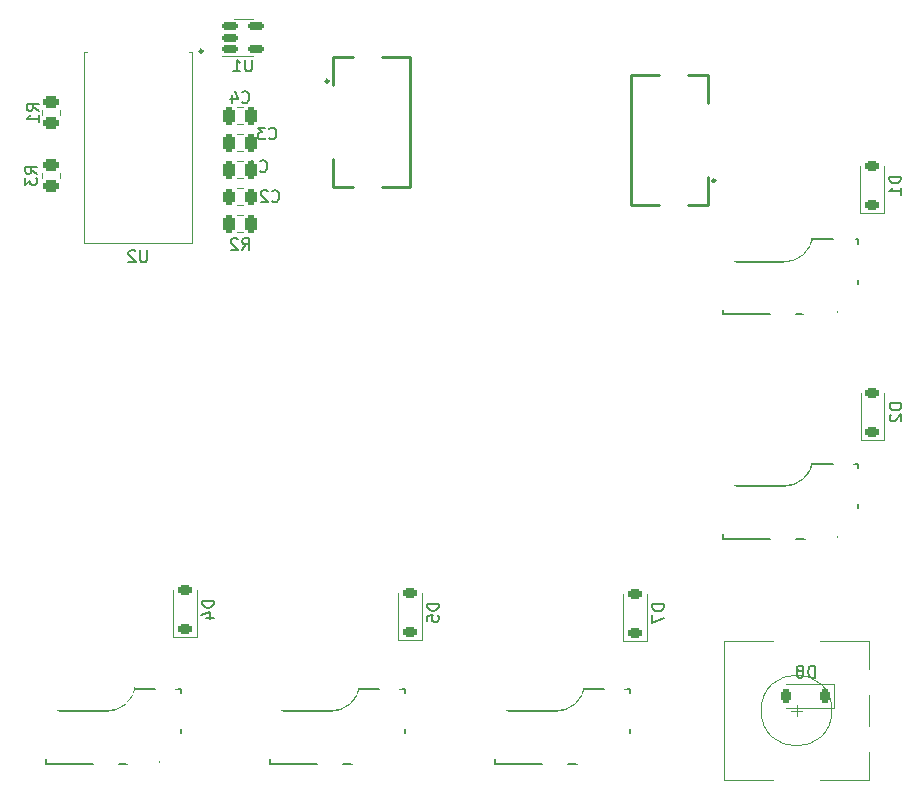
<source format=gbr>
%TF.GenerationSoftware,KiCad,Pcbnew,7.0.2*%
%TF.CreationDate,2024-03-23T03:03:49+01:00*%
%TF.ProjectId,Katkoot,4b61746b-6f6f-4742-9e6b-696361645f70,rev?*%
%TF.SameCoordinates,Original*%
%TF.FileFunction,Legend,Bot*%
%TF.FilePolarity,Positive*%
%FSLAX46Y46*%
G04 Gerber Fmt 4.6, Leading zero omitted, Abs format (unit mm)*
G04 Created by KiCad (PCBNEW 7.0.2) date 2024-03-23 03:03:49*
%MOMM*%
%LPD*%
G01*
G04 APERTURE LIST*
G04 Aperture macros list*
%AMRoundRect*
0 Rectangle with rounded corners*
0 $1 Rounding radius*
0 $2 $3 $4 $5 $6 $7 $8 $9 X,Y pos of 4 corners*
0 Add a 4 corners polygon primitive as box body*
4,1,4,$2,$3,$4,$5,$6,$7,$8,$9,$2,$3,0*
0 Add four circle primitives for the rounded corners*
1,1,$1+$1,$2,$3*
1,1,$1+$1,$4,$5*
1,1,$1+$1,$6,$7*
1,1,$1+$1,$8,$9*
0 Add four rect primitives between the rounded corners*
20,1,$1+$1,$2,$3,$4,$5,0*
20,1,$1+$1,$4,$5,$6,$7,0*
20,1,$1+$1,$6,$7,$8,$9,0*
20,1,$1+$1,$8,$9,$2,$3,0*%
G04 Aperture macros list end*
%ADD10C,0.150000*%
%ADD11C,0.120000*%
%ADD12C,0.254000*%
%ADD13C,0.100000*%
%ADD14C,0.239605*%
%ADD15C,4.500000*%
%ADD16C,1.701800*%
%ADD17C,3.000000*%
%ADD18C,3.987800*%
%ADD19C,5.000000*%
%ADD20R,2.600000X2.600000*%
%ADD21R,2.550000X2.500000*%
%ADD22C,2.000000*%
%ADD23R,3.200000X2.000000*%
%ADD24O,2.750000X1.800000*%
%ADD25RoundRect,0.250000X0.450000X-0.262500X0.450000X0.262500X-0.450000X0.262500X-0.450000X-0.262500X0*%
%ADD26R,1.250000X0.280000*%
%ADD27R,2.000000X1.800000*%
%ADD28RoundRect,0.225000X0.375000X-0.225000X0.375000X0.225000X-0.375000X0.225000X-0.375000X-0.225000X0*%
%ADD29R,1.400000X1.400000*%
%ADD30C,1.400000*%
%ADD31RoundRect,0.250000X0.250000X0.475000X-0.250000X0.475000X-0.250000X-0.475000X0.250000X-0.475000X0*%
%ADD32RoundRect,0.250000X-0.250000X-0.475000X0.250000X-0.475000X0.250000X0.475000X-0.250000X0.475000X0*%
%ADD33RoundRect,0.250000X-0.262500X-0.450000X0.262500X-0.450000X0.262500X0.450000X-0.262500X0.450000X0*%
%ADD34RoundRect,0.225000X0.225000X0.375000X-0.225000X0.375000X-0.225000X-0.375000X0.225000X-0.375000X0*%
%ADD35RoundRect,0.250000X-0.450000X0.262500X-0.450000X-0.262500X0.450000X-0.262500X0.450000X0.262500X0*%
%ADD36RoundRect,0.150000X-0.512500X-0.150000X0.512500X-0.150000X0.512500X0.150000X-0.512500X0.150000X0*%
G04 APERTURE END LIST*
D10*
%TO.C,R1*%
X130622619Y-58911333D02*
X130146428Y-58578000D01*
X130622619Y-58339905D02*
X129622619Y-58339905D01*
X129622619Y-58339905D02*
X129622619Y-58720857D01*
X129622619Y-58720857D02*
X129670238Y-58816095D01*
X129670238Y-58816095D02*
X129717857Y-58863714D01*
X129717857Y-58863714D02*
X129813095Y-58911333D01*
X129813095Y-58911333D02*
X129955952Y-58911333D01*
X129955952Y-58911333D02*
X130051190Y-58863714D01*
X130051190Y-58863714D02*
X130098809Y-58816095D01*
X130098809Y-58816095D02*
X130146428Y-58720857D01*
X130146428Y-58720857D02*
X130146428Y-58339905D01*
X130622619Y-59863714D02*
X130622619Y-59292286D01*
X130622619Y-59578000D02*
X129622619Y-59578000D01*
X129622619Y-59578000D02*
X129765476Y-59482762D01*
X129765476Y-59482762D02*
X129860714Y-59387524D01*
X129860714Y-59387524D02*
X129908333Y-59292286D01*
%TO.C,D5*%
X164514619Y-100658705D02*
X163514619Y-100658705D01*
X163514619Y-100658705D02*
X163514619Y-100896800D01*
X163514619Y-100896800D02*
X163562238Y-101039657D01*
X163562238Y-101039657D02*
X163657476Y-101134895D01*
X163657476Y-101134895D02*
X163752714Y-101182514D01*
X163752714Y-101182514D02*
X163943190Y-101230133D01*
X163943190Y-101230133D02*
X164086047Y-101230133D01*
X164086047Y-101230133D02*
X164276523Y-101182514D01*
X164276523Y-101182514D02*
X164371761Y-101134895D01*
X164371761Y-101134895D02*
X164467000Y-101039657D01*
X164467000Y-101039657D02*
X164514619Y-100896800D01*
X164514619Y-100896800D02*
X164514619Y-100658705D01*
X163514619Y-102134895D02*
X163514619Y-101658705D01*
X163514619Y-101658705D02*
X163990809Y-101611086D01*
X163990809Y-101611086D02*
X163943190Y-101658705D01*
X163943190Y-101658705D02*
X163895571Y-101753943D01*
X163895571Y-101753943D02*
X163895571Y-101992038D01*
X163895571Y-101992038D02*
X163943190Y-102087276D01*
X163943190Y-102087276D02*
X163990809Y-102134895D01*
X163990809Y-102134895D02*
X164086047Y-102182514D01*
X164086047Y-102182514D02*
X164324142Y-102182514D01*
X164324142Y-102182514D02*
X164419380Y-102134895D01*
X164419380Y-102134895D02*
X164467000Y-102087276D01*
X164467000Y-102087276D02*
X164514619Y-101992038D01*
X164514619Y-101992038D02*
X164514619Y-101753943D01*
X164514619Y-101753943D02*
X164467000Y-101658705D01*
X164467000Y-101658705D02*
X164419380Y-101611086D01*
%TO.C,U2*%
X139811904Y-70732619D02*
X139811904Y-71542142D01*
X139811904Y-71542142D02*
X139764285Y-71637380D01*
X139764285Y-71637380D02*
X139716666Y-71685000D01*
X139716666Y-71685000D02*
X139621428Y-71732619D01*
X139621428Y-71732619D02*
X139430952Y-71732619D01*
X139430952Y-71732619D02*
X139335714Y-71685000D01*
X139335714Y-71685000D02*
X139288095Y-71637380D01*
X139288095Y-71637380D02*
X139240476Y-71542142D01*
X139240476Y-71542142D02*
X139240476Y-70732619D01*
X138811904Y-70827857D02*
X138764285Y-70780238D01*
X138764285Y-70780238D02*
X138669047Y-70732619D01*
X138669047Y-70732619D02*
X138430952Y-70732619D01*
X138430952Y-70732619D02*
X138335714Y-70780238D01*
X138335714Y-70780238D02*
X138288095Y-70827857D01*
X138288095Y-70827857D02*
X138240476Y-70923095D01*
X138240476Y-70923095D02*
X138240476Y-71018333D01*
X138240476Y-71018333D02*
X138288095Y-71161190D01*
X138288095Y-71161190D02*
X138859523Y-71732619D01*
X138859523Y-71732619D02*
X138240476Y-71732619D01*
%TO.C,C1*%
X149376666Y-64017380D02*
X149424285Y-64065000D01*
X149424285Y-64065000D02*
X149567142Y-64112619D01*
X149567142Y-64112619D02*
X149662380Y-64112619D01*
X149662380Y-64112619D02*
X149805237Y-64065000D01*
X149805237Y-64065000D02*
X149900475Y-63969761D01*
X149900475Y-63969761D02*
X149948094Y-63874523D01*
X149948094Y-63874523D02*
X149995713Y-63684047D01*
X149995713Y-63684047D02*
X149995713Y-63541190D01*
X149995713Y-63541190D02*
X149948094Y-63350714D01*
X149948094Y-63350714D02*
X149900475Y-63255476D01*
X149900475Y-63255476D02*
X149805237Y-63160238D01*
X149805237Y-63160238D02*
X149662380Y-63112619D01*
X149662380Y-63112619D02*
X149567142Y-63112619D01*
X149567142Y-63112619D02*
X149424285Y-63160238D01*
X149424285Y-63160238D02*
X149376666Y-63207857D01*
X148424285Y-64112619D02*
X148995713Y-64112619D01*
X148709999Y-64112619D02*
X148709999Y-63112619D01*
X148709999Y-63112619D02*
X148805237Y-63255476D01*
X148805237Y-63255476D02*
X148900475Y-63350714D01*
X148900475Y-63350714D02*
X148995713Y-63398333D01*
%TO.C,D7*%
X183564619Y-100709505D02*
X182564619Y-100709505D01*
X182564619Y-100709505D02*
X182564619Y-100947600D01*
X182564619Y-100947600D02*
X182612238Y-101090457D01*
X182612238Y-101090457D02*
X182707476Y-101185695D01*
X182707476Y-101185695D02*
X182802714Y-101233314D01*
X182802714Y-101233314D02*
X182993190Y-101280933D01*
X182993190Y-101280933D02*
X183136047Y-101280933D01*
X183136047Y-101280933D02*
X183326523Y-101233314D01*
X183326523Y-101233314D02*
X183421761Y-101185695D01*
X183421761Y-101185695D02*
X183517000Y-101090457D01*
X183517000Y-101090457D02*
X183564619Y-100947600D01*
X183564619Y-100947600D02*
X183564619Y-100709505D01*
X182564619Y-101614267D02*
X182564619Y-102280933D01*
X182564619Y-102280933D02*
X183564619Y-101852362D01*
%TO.C,D4*%
X145464619Y-100404705D02*
X144464619Y-100404705D01*
X144464619Y-100404705D02*
X144464619Y-100642800D01*
X144464619Y-100642800D02*
X144512238Y-100785657D01*
X144512238Y-100785657D02*
X144607476Y-100880895D01*
X144607476Y-100880895D02*
X144702714Y-100928514D01*
X144702714Y-100928514D02*
X144893190Y-100976133D01*
X144893190Y-100976133D02*
X145036047Y-100976133D01*
X145036047Y-100976133D02*
X145226523Y-100928514D01*
X145226523Y-100928514D02*
X145321761Y-100880895D01*
X145321761Y-100880895D02*
X145417000Y-100785657D01*
X145417000Y-100785657D02*
X145464619Y-100642800D01*
X145464619Y-100642800D02*
X145464619Y-100404705D01*
X144797952Y-101833276D02*
X145464619Y-101833276D01*
X144417000Y-101595181D02*
X145131285Y-101357086D01*
X145131285Y-101357086D02*
X145131285Y-101976133D01*
%TO.C,C3*%
X150138666Y-61250380D02*
X150186285Y-61298000D01*
X150186285Y-61298000D02*
X150329142Y-61345619D01*
X150329142Y-61345619D02*
X150424380Y-61345619D01*
X150424380Y-61345619D02*
X150567237Y-61298000D01*
X150567237Y-61298000D02*
X150662475Y-61202761D01*
X150662475Y-61202761D02*
X150710094Y-61107523D01*
X150710094Y-61107523D02*
X150757713Y-60917047D01*
X150757713Y-60917047D02*
X150757713Y-60774190D01*
X150757713Y-60774190D02*
X150710094Y-60583714D01*
X150710094Y-60583714D02*
X150662475Y-60488476D01*
X150662475Y-60488476D02*
X150567237Y-60393238D01*
X150567237Y-60393238D02*
X150424380Y-60345619D01*
X150424380Y-60345619D02*
X150329142Y-60345619D01*
X150329142Y-60345619D02*
X150186285Y-60393238D01*
X150186285Y-60393238D02*
X150138666Y-60440857D01*
X149805332Y-60345619D02*
X149186285Y-60345619D01*
X149186285Y-60345619D02*
X149519618Y-60726571D01*
X149519618Y-60726571D02*
X149376761Y-60726571D01*
X149376761Y-60726571D02*
X149281523Y-60774190D01*
X149281523Y-60774190D02*
X149233904Y-60821809D01*
X149233904Y-60821809D02*
X149186285Y-60917047D01*
X149186285Y-60917047D02*
X149186285Y-61155142D01*
X149186285Y-61155142D02*
X149233904Y-61250380D01*
X149233904Y-61250380D02*
X149281523Y-61298000D01*
X149281523Y-61298000D02*
X149376761Y-61345619D01*
X149376761Y-61345619D02*
X149662475Y-61345619D01*
X149662475Y-61345619D02*
X149757713Y-61298000D01*
X149757713Y-61298000D02*
X149805332Y-61250380D01*
%TO.C,R2*%
X147852666Y-70716619D02*
X148185999Y-70240428D01*
X148424094Y-70716619D02*
X148424094Y-69716619D01*
X148424094Y-69716619D02*
X148043142Y-69716619D01*
X148043142Y-69716619D02*
X147947904Y-69764238D01*
X147947904Y-69764238D02*
X147900285Y-69811857D01*
X147900285Y-69811857D02*
X147852666Y-69907095D01*
X147852666Y-69907095D02*
X147852666Y-70049952D01*
X147852666Y-70049952D02*
X147900285Y-70145190D01*
X147900285Y-70145190D02*
X147947904Y-70192809D01*
X147947904Y-70192809D02*
X148043142Y-70240428D01*
X148043142Y-70240428D02*
X148424094Y-70240428D01*
X147471713Y-69811857D02*
X147424094Y-69764238D01*
X147424094Y-69764238D02*
X147328856Y-69716619D01*
X147328856Y-69716619D02*
X147090761Y-69716619D01*
X147090761Y-69716619D02*
X146995523Y-69764238D01*
X146995523Y-69764238D02*
X146947904Y-69811857D01*
X146947904Y-69811857D02*
X146900285Y-69907095D01*
X146900285Y-69907095D02*
X146900285Y-70002333D01*
X146900285Y-70002333D02*
X146947904Y-70145190D01*
X146947904Y-70145190D02*
X147519332Y-70716619D01*
X147519332Y-70716619D02*
X146900285Y-70716619D01*
%TO.C,D8*%
X196338094Y-106912619D02*
X196338094Y-105912619D01*
X196338094Y-105912619D02*
X196099999Y-105912619D01*
X196099999Y-105912619D02*
X195957142Y-105960238D01*
X195957142Y-105960238D02*
X195861904Y-106055476D01*
X195861904Y-106055476D02*
X195814285Y-106150714D01*
X195814285Y-106150714D02*
X195766666Y-106341190D01*
X195766666Y-106341190D02*
X195766666Y-106484047D01*
X195766666Y-106484047D02*
X195814285Y-106674523D01*
X195814285Y-106674523D02*
X195861904Y-106769761D01*
X195861904Y-106769761D02*
X195957142Y-106865000D01*
X195957142Y-106865000D02*
X196099999Y-106912619D01*
X196099999Y-106912619D02*
X196338094Y-106912619D01*
X195195237Y-106341190D02*
X195290475Y-106293571D01*
X195290475Y-106293571D02*
X195338094Y-106245952D01*
X195338094Y-106245952D02*
X195385713Y-106150714D01*
X195385713Y-106150714D02*
X195385713Y-106103095D01*
X195385713Y-106103095D02*
X195338094Y-106007857D01*
X195338094Y-106007857D02*
X195290475Y-105960238D01*
X195290475Y-105960238D02*
X195195237Y-105912619D01*
X195195237Y-105912619D02*
X195004761Y-105912619D01*
X195004761Y-105912619D02*
X194909523Y-105960238D01*
X194909523Y-105960238D02*
X194861904Y-106007857D01*
X194861904Y-106007857D02*
X194814285Y-106103095D01*
X194814285Y-106103095D02*
X194814285Y-106150714D01*
X194814285Y-106150714D02*
X194861904Y-106245952D01*
X194861904Y-106245952D02*
X194909523Y-106293571D01*
X194909523Y-106293571D02*
X195004761Y-106341190D01*
X195004761Y-106341190D02*
X195195237Y-106341190D01*
X195195237Y-106341190D02*
X195290475Y-106388809D01*
X195290475Y-106388809D02*
X195338094Y-106436428D01*
X195338094Y-106436428D02*
X195385713Y-106531666D01*
X195385713Y-106531666D02*
X195385713Y-106722142D01*
X195385713Y-106722142D02*
X195338094Y-106817380D01*
X195338094Y-106817380D02*
X195290475Y-106865000D01*
X195290475Y-106865000D02*
X195195237Y-106912619D01*
X195195237Y-106912619D02*
X195004761Y-106912619D01*
X195004761Y-106912619D02*
X194909523Y-106865000D01*
X194909523Y-106865000D02*
X194861904Y-106817380D01*
X194861904Y-106817380D02*
X194814285Y-106722142D01*
X194814285Y-106722142D02*
X194814285Y-106531666D01*
X194814285Y-106531666D02*
X194861904Y-106436428D01*
X194861904Y-106436428D02*
X194909523Y-106388809D01*
X194909523Y-106388809D02*
X195004761Y-106341190D01*
%TO.C,D2*%
X203681419Y-83691505D02*
X202681419Y-83691505D01*
X202681419Y-83691505D02*
X202681419Y-83929600D01*
X202681419Y-83929600D02*
X202729038Y-84072457D01*
X202729038Y-84072457D02*
X202824276Y-84167695D01*
X202824276Y-84167695D02*
X202919514Y-84215314D01*
X202919514Y-84215314D02*
X203109990Y-84262933D01*
X203109990Y-84262933D02*
X203252847Y-84262933D01*
X203252847Y-84262933D02*
X203443323Y-84215314D01*
X203443323Y-84215314D02*
X203538561Y-84167695D01*
X203538561Y-84167695D02*
X203633800Y-84072457D01*
X203633800Y-84072457D02*
X203681419Y-83929600D01*
X203681419Y-83929600D02*
X203681419Y-83691505D01*
X202776657Y-84643886D02*
X202729038Y-84691505D01*
X202729038Y-84691505D02*
X202681419Y-84786743D01*
X202681419Y-84786743D02*
X202681419Y-85024838D01*
X202681419Y-85024838D02*
X202729038Y-85120076D01*
X202729038Y-85120076D02*
X202776657Y-85167695D01*
X202776657Y-85167695D02*
X202871895Y-85215314D01*
X202871895Y-85215314D02*
X202967133Y-85215314D01*
X202967133Y-85215314D02*
X203109990Y-85167695D01*
X203109990Y-85167695D02*
X203681419Y-84596267D01*
X203681419Y-84596267D02*
X203681419Y-85215314D01*
%TO.C,R3*%
X130496619Y-64245333D02*
X130020428Y-63912000D01*
X130496619Y-63673905D02*
X129496619Y-63673905D01*
X129496619Y-63673905D02*
X129496619Y-64054857D01*
X129496619Y-64054857D02*
X129544238Y-64150095D01*
X129544238Y-64150095D02*
X129591857Y-64197714D01*
X129591857Y-64197714D02*
X129687095Y-64245333D01*
X129687095Y-64245333D02*
X129829952Y-64245333D01*
X129829952Y-64245333D02*
X129925190Y-64197714D01*
X129925190Y-64197714D02*
X129972809Y-64150095D01*
X129972809Y-64150095D02*
X130020428Y-64054857D01*
X130020428Y-64054857D02*
X130020428Y-63673905D01*
X129496619Y-64578667D02*
X129496619Y-65197714D01*
X129496619Y-65197714D02*
X129877571Y-64864381D01*
X129877571Y-64864381D02*
X129877571Y-65007238D01*
X129877571Y-65007238D02*
X129925190Y-65102476D01*
X129925190Y-65102476D02*
X129972809Y-65150095D01*
X129972809Y-65150095D02*
X130068047Y-65197714D01*
X130068047Y-65197714D02*
X130306142Y-65197714D01*
X130306142Y-65197714D02*
X130401380Y-65150095D01*
X130401380Y-65150095D02*
X130449000Y-65102476D01*
X130449000Y-65102476D02*
X130496619Y-65007238D01*
X130496619Y-65007238D02*
X130496619Y-64721524D01*
X130496619Y-64721524D02*
X130449000Y-64626286D01*
X130449000Y-64626286D02*
X130401380Y-64578667D01*
%TO.C,C2*%
X150392666Y-66557380D02*
X150440285Y-66605000D01*
X150440285Y-66605000D02*
X150583142Y-66652619D01*
X150583142Y-66652619D02*
X150678380Y-66652619D01*
X150678380Y-66652619D02*
X150821237Y-66605000D01*
X150821237Y-66605000D02*
X150916475Y-66509761D01*
X150916475Y-66509761D02*
X150964094Y-66414523D01*
X150964094Y-66414523D02*
X151011713Y-66224047D01*
X151011713Y-66224047D02*
X151011713Y-66081190D01*
X151011713Y-66081190D02*
X150964094Y-65890714D01*
X150964094Y-65890714D02*
X150916475Y-65795476D01*
X150916475Y-65795476D02*
X150821237Y-65700238D01*
X150821237Y-65700238D02*
X150678380Y-65652619D01*
X150678380Y-65652619D02*
X150583142Y-65652619D01*
X150583142Y-65652619D02*
X150440285Y-65700238D01*
X150440285Y-65700238D02*
X150392666Y-65747857D01*
X150011713Y-65747857D02*
X149964094Y-65700238D01*
X149964094Y-65700238D02*
X149868856Y-65652619D01*
X149868856Y-65652619D02*
X149630761Y-65652619D01*
X149630761Y-65652619D02*
X149535523Y-65700238D01*
X149535523Y-65700238D02*
X149487904Y-65747857D01*
X149487904Y-65747857D02*
X149440285Y-65843095D01*
X149440285Y-65843095D02*
X149440285Y-65938333D01*
X149440285Y-65938333D02*
X149487904Y-66081190D01*
X149487904Y-66081190D02*
X150059332Y-66652619D01*
X150059332Y-66652619D02*
X149440285Y-66652619D01*
%TO.C,U1*%
X148701904Y-54590619D02*
X148701904Y-55400142D01*
X148701904Y-55400142D02*
X148654285Y-55495380D01*
X148654285Y-55495380D02*
X148606666Y-55543000D01*
X148606666Y-55543000D02*
X148511428Y-55590619D01*
X148511428Y-55590619D02*
X148320952Y-55590619D01*
X148320952Y-55590619D02*
X148225714Y-55543000D01*
X148225714Y-55543000D02*
X148178095Y-55495380D01*
X148178095Y-55495380D02*
X148130476Y-55400142D01*
X148130476Y-55400142D02*
X148130476Y-54590619D01*
X147130476Y-55590619D02*
X147701904Y-55590619D01*
X147416190Y-55590619D02*
X147416190Y-54590619D01*
X147416190Y-54590619D02*
X147511428Y-54733476D01*
X147511428Y-54733476D02*
X147606666Y-54828714D01*
X147606666Y-54828714D02*
X147701904Y-54876333D01*
%TO.C,D1*%
X203630619Y-64489105D02*
X202630619Y-64489105D01*
X202630619Y-64489105D02*
X202630619Y-64727200D01*
X202630619Y-64727200D02*
X202678238Y-64870057D01*
X202678238Y-64870057D02*
X202773476Y-64965295D01*
X202773476Y-64965295D02*
X202868714Y-65012914D01*
X202868714Y-65012914D02*
X203059190Y-65060533D01*
X203059190Y-65060533D02*
X203202047Y-65060533D01*
X203202047Y-65060533D02*
X203392523Y-65012914D01*
X203392523Y-65012914D02*
X203487761Y-64965295D01*
X203487761Y-64965295D02*
X203583000Y-64870057D01*
X203583000Y-64870057D02*
X203630619Y-64727200D01*
X203630619Y-64727200D02*
X203630619Y-64489105D01*
X203630619Y-66012914D02*
X203630619Y-65441486D01*
X203630619Y-65727200D02*
X202630619Y-65727200D01*
X202630619Y-65727200D02*
X202773476Y-65631962D01*
X202773476Y-65631962D02*
X202868714Y-65536724D01*
X202868714Y-65536724D02*
X202916333Y-65441486D01*
%TO.C,C4*%
X147852666Y-58175380D02*
X147900285Y-58223000D01*
X147900285Y-58223000D02*
X148043142Y-58270619D01*
X148043142Y-58270619D02*
X148138380Y-58270619D01*
X148138380Y-58270619D02*
X148281237Y-58223000D01*
X148281237Y-58223000D02*
X148376475Y-58127761D01*
X148376475Y-58127761D02*
X148424094Y-58032523D01*
X148424094Y-58032523D02*
X148471713Y-57842047D01*
X148471713Y-57842047D02*
X148471713Y-57699190D01*
X148471713Y-57699190D02*
X148424094Y-57508714D01*
X148424094Y-57508714D02*
X148376475Y-57413476D01*
X148376475Y-57413476D02*
X148281237Y-57318238D01*
X148281237Y-57318238D02*
X148138380Y-57270619D01*
X148138380Y-57270619D02*
X148043142Y-57270619D01*
X148043142Y-57270619D02*
X147900285Y-57318238D01*
X147900285Y-57318238D02*
X147852666Y-57365857D01*
X146995523Y-57603952D02*
X146995523Y-58270619D01*
X147233618Y-57223000D02*
X147471713Y-57937285D01*
X147471713Y-57937285D02*
X146852666Y-57937285D01*
%TO.C,SW2*%
X186670000Y-74750000D02*
X186670000Y-75350000D01*
X188590000Y-71690000D02*
X193670000Y-71690000D01*
X188590000Y-72706000D02*
X188590000Y-71690000D01*
X188590000Y-76135000D02*
X188590000Y-75754000D01*
X196134162Y-69785000D02*
X197861000Y-69785000D01*
X197480000Y-76135000D02*
X188590000Y-76135000D01*
X199639000Y-69785000D02*
X200020000Y-69785000D01*
X200020000Y-70166000D02*
X200020000Y-69785000D01*
X200020000Y-73595000D02*
X200020000Y-73214000D01*
X193670000Y-71689999D02*
G75*
G03*
X196134161Y-69766040I0J2539999D01*
G01*
X197480000Y-76135000D02*
G75*
G03*
X200020000Y-73595000I0J2540000D01*
G01*
D11*
%TO.C,SW1*%
X188700000Y-103800000D02*
X188700000Y-115600000D01*
X192800000Y-103800000D02*
X188700000Y-103800000D01*
X192800000Y-115600000D02*
X188700000Y-115600000D01*
X194300000Y-109700000D02*
X195300000Y-109700000D01*
X194800000Y-109200000D02*
X194800000Y-110200000D01*
X196800000Y-103800000D02*
X200900000Y-103800000D01*
X200900000Y-103800000D02*
X200900000Y-106200000D01*
X200900000Y-108400000D02*
X200900000Y-111000000D01*
X200900000Y-113200000D02*
X200900000Y-115600000D01*
X200900000Y-115600000D02*
X196800000Y-115600000D01*
X197800000Y-109700000D02*
G75*
G03*
X197800000Y-109700000I-3000000J0D01*
G01*
D10*
%TO.C,SW6*%
X148300000Y-112800000D02*
X148300000Y-113400000D01*
X150220000Y-109740000D02*
X155300000Y-109740000D01*
X150220000Y-110756000D02*
X150220000Y-109740000D01*
X150220000Y-114185000D02*
X150220000Y-113804000D01*
X157764162Y-107835000D02*
X159491000Y-107835000D01*
X159110000Y-114185000D02*
X150220000Y-114185000D01*
X161269000Y-107835000D02*
X161650000Y-107835000D01*
X161650000Y-108216000D02*
X161650000Y-107835000D01*
X161650000Y-111645000D02*
X161650000Y-111264000D01*
X155300000Y-109739999D02*
G75*
G03*
X157764161Y-107816040I0J2539999D01*
G01*
X159110000Y-114185000D02*
G75*
G03*
X161650000Y-111645000I0J2540000D01*
G01*
%TO.C,SW8*%
X167345000Y-112800000D02*
X167345000Y-113400000D01*
X169265000Y-109740000D02*
X174345000Y-109740000D01*
X169265000Y-110756000D02*
X169265000Y-109740000D01*
X169265000Y-114185000D02*
X169265000Y-113804000D01*
X176809162Y-107835000D02*
X178536000Y-107835000D01*
X178155000Y-114185000D02*
X169265000Y-114185000D01*
X180314000Y-107835000D02*
X180695000Y-107835000D01*
X180695000Y-108216000D02*
X180695000Y-107835000D01*
X180695000Y-111645000D02*
X180695000Y-111264000D01*
X174345000Y-109739999D02*
G75*
G03*
X176809161Y-107816040I0J2539999D01*
G01*
X178155000Y-114185000D02*
G75*
G03*
X180695000Y-111645000I0J2540000D01*
G01*
%TO.C,SW5*%
X129300000Y-112800000D02*
X129300000Y-113400000D01*
X131220000Y-109740000D02*
X136300000Y-109740000D01*
X131220000Y-110756000D02*
X131220000Y-109740000D01*
X131220000Y-114185000D02*
X131220000Y-113804000D01*
X138764162Y-107835000D02*
X140491000Y-107835000D01*
X140110000Y-114185000D02*
X131220000Y-114185000D01*
X142269000Y-107835000D02*
X142650000Y-107835000D01*
X142650000Y-108216000D02*
X142650000Y-107835000D01*
X142650000Y-111645000D02*
X142650000Y-111264000D01*
X136300000Y-109739999D02*
G75*
G03*
X138764161Y-107816040I0J2539999D01*
G01*
X140110000Y-114185000D02*
G75*
G03*
X142650000Y-111645000I0J2540000D01*
G01*
%TO.C,SW3*%
X186670000Y-93750000D02*
X186670000Y-94350000D01*
X188590000Y-90690000D02*
X193670000Y-90690000D01*
X188590000Y-91706000D02*
X188590000Y-90690000D01*
X188590000Y-95135000D02*
X188590000Y-94754000D01*
X196134162Y-88785000D02*
X197861000Y-88785000D01*
X197480000Y-95135000D02*
X188590000Y-95135000D01*
X199639000Y-88785000D02*
X200020000Y-88785000D01*
X200020000Y-89166000D02*
X200020000Y-88785000D01*
X200020000Y-92595000D02*
X200020000Y-92214000D01*
X193670000Y-90689999D02*
G75*
G03*
X196134161Y-88766040I0J2539999D01*
G01*
X197480000Y-95135000D02*
G75*
G03*
X200020000Y-92595000I0J2540000D01*
G01*
D11*
%TO.C,R1*%
X130949000Y-59305064D02*
X130949000Y-58850936D01*
X132419000Y-59305064D02*
X132419000Y-58850936D01*
D12*
%TO.C,J2*%
X162065000Y-54350000D02*
X159682000Y-54350000D01*
X157231000Y-54350000D02*
X155570000Y-54350000D01*
X155570000Y-54350000D02*
X155570000Y-56719000D01*
X162065000Y-65350000D02*
X162065000Y-54350000D01*
X162065000Y-65350000D02*
X159682000Y-65350000D01*
X157231000Y-65350000D02*
X155570000Y-65350000D01*
X155570000Y-65350000D02*
X155570000Y-62981000D01*
X155189000Y-56421000D02*
G75*
G03*
X155189000Y-56421000I-127000J0D01*
G01*
D11*
%TO.C,D5*%
X161052000Y-103756800D02*
X161052000Y-99746800D01*
X163052000Y-103756800D02*
X161052000Y-103756800D01*
X163052000Y-103756800D02*
X163052000Y-99746800D01*
D13*
%TO.C,U2*%
X143600000Y-53930000D02*
X143368000Y-53930000D01*
X134732000Y-53930000D02*
X134500000Y-53930000D01*
X134500000Y-53930000D02*
X134500000Y-70130000D01*
X143600000Y-70130000D02*
X143600000Y-53930000D01*
X134500000Y-70130000D02*
X143600000Y-70130000D01*
D14*
X144503802Y-53871000D02*
G75*
G03*
X144503802Y-53871000I-119802J0D01*
G01*
D11*
%TO.C,C1*%
X147947252Y-64639000D02*
X147424748Y-64639000D01*
X147947252Y-63169000D02*
X147424748Y-63169000D01*
%TO.C,D7*%
X180102000Y-103807600D02*
X180102000Y-99797600D01*
X182102000Y-103807600D02*
X180102000Y-103807600D01*
X182102000Y-103807600D02*
X182102000Y-99797600D01*
%TO.C,D4*%
X142002000Y-103502800D02*
X142002000Y-99492800D01*
X144002000Y-103502800D02*
X142002000Y-103502800D01*
X144002000Y-103502800D02*
X144002000Y-99492800D01*
D12*
%TO.C,J1*%
X180791000Y-66900000D02*
X183174000Y-66900000D01*
X185625000Y-66900000D02*
X187286000Y-66900000D01*
X187286000Y-66900000D02*
X187286000Y-64531000D01*
X180791000Y-55900000D02*
X180791000Y-66900000D01*
X180791000Y-55900000D02*
X183174000Y-55900000D01*
X185625000Y-55900000D02*
X187286000Y-55900000D01*
X187286000Y-55900000D02*
X187286000Y-58269000D01*
X187921000Y-64829000D02*
G75*
G03*
X187921000Y-64829000I-127000J0D01*
G01*
D11*
%TO.C,C3*%
X147424748Y-58597000D02*
X147947252Y-58597000D01*
X147424748Y-60067000D02*
X147947252Y-60067000D01*
%TO.C,R2*%
X147458936Y-65455000D02*
X147913064Y-65455000D01*
X147458936Y-66925000D02*
X147913064Y-66925000D01*
%TO.C,D8*%
X197960000Y-109450000D02*
X193950000Y-109450000D01*
X197960000Y-107450000D02*
X197960000Y-109450000D01*
X197960000Y-107450000D02*
X193950000Y-107450000D01*
%TO.C,D2*%
X200218800Y-86789600D02*
X200218800Y-82779600D01*
X202218800Y-86789600D02*
X200218800Y-86789600D01*
X202218800Y-86789600D02*
X202218800Y-82779600D01*
%TO.C,R3*%
X132419000Y-64184936D02*
X132419000Y-64639064D01*
X130949000Y-64184936D02*
X130949000Y-64639064D01*
%TO.C,C2*%
X147947252Y-69211000D02*
X147424748Y-69211000D01*
X147947252Y-67741000D02*
X147424748Y-67741000D01*
%TO.C,U1*%
X147940000Y-51168000D02*
X147140000Y-51168000D01*
X147940000Y-51168000D02*
X148740000Y-51168000D01*
X147940000Y-54288000D02*
X146140000Y-54288000D01*
X147940000Y-54288000D02*
X148740000Y-54288000D01*
%TO.C,D1*%
X200168000Y-67587200D02*
X200168000Y-63577200D01*
X202168000Y-67587200D02*
X200168000Y-67587200D01*
X202168000Y-67587200D02*
X202168000Y-63577200D01*
%TO.C,C4*%
X147947252Y-62353000D02*
X147424748Y-62353000D01*
X147947252Y-60883000D02*
X147424748Y-60883000D01*
%TD*%
%LPC*%
D15*
%TO.C,*%
X129300000Y-52300000D03*
%TD*%
D16*
%TO.C,SW2*%
X188170000Y-69150000D03*
X188590000Y-69150000D03*
D17*
X188670000Y-72900000D03*
X188670000Y-72950000D03*
X189270000Y-73850000D03*
X191130000Y-74230000D03*
D18*
X193670000Y-69150000D03*
D19*
X193670000Y-69150000D03*
D17*
X193670000Y-75050000D03*
X196270000Y-74900000D03*
X197480000Y-71690000D03*
D16*
X198750000Y-69150000D03*
X199170000Y-69150000D03*
D20*
X185395000Y-72950000D03*
X185995000Y-73850000D03*
D21*
X187380000Y-74230000D03*
D20*
X196945000Y-75050000D03*
X199545000Y-74900000D03*
D21*
X201230000Y-71690000D03*
%TD*%
D22*
%TO.C,SW1*%
X187300000Y-107200000D03*
X187300000Y-112200000D03*
X187300000Y-109700000D03*
D23*
X194800000Y-104100000D03*
X194800000Y-115300000D03*
D22*
X201800000Y-112200000D03*
X201800000Y-107200000D03*
%TD*%
D16*
%TO.C,SW6*%
X149800000Y-107200000D03*
X150220000Y-107200000D03*
D17*
X150300000Y-110950000D03*
X150300000Y-111000000D03*
X150900000Y-111900000D03*
X152760000Y-112280000D03*
D18*
X155300000Y-107200000D03*
D19*
X155300000Y-107200000D03*
D17*
X155300000Y-113100000D03*
X157900000Y-112950000D03*
X159110000Y-109740000D03*
D16*
X160380000Y-107200000D03*
X160800000Y-107200000D03*
D20*
X147025000Y-111000000D03*
X147625000Y-111900000D03*
D21*
X149010000Y-112280000D03*
D20*
X158575000Y-113100000D03*
X161175000Y-112950000D03*
D21*
X162860000Y-109740000D03*
%TD*%
D16*
%TO.C,SW8*%
X168845000Y-107200000D03*
X169265000Y-107200000D03*
D17*
X169345000Y-110950000D03*
X169345000Y-111000000D03*
X169945000Y-111900000D03*
X171805000Y-112280000D03*
D18*
X174345000Y-107200000D03*
D19*
X174345000Y-107200000D03*
D17*
X174345000Y-113100000D03*
X176945000Y-112950000D03*
X178155000Y-109740000D03*
D16*
X179425000Y-107200000D03*
X179845000Y-107200000D03*
D20*
X166070000Y-111000000D03*
X166670000Y-111900000D03*
D21*
X168055000Y-112280000D03*
D20*
X177620000Y-113100000D03*
X180220000Y-112950000D03*
D21*
X181905000Y-109740000D03*
%TD*%
D16*
%TO.C,SW5*%
X130800000Y-107200000D03*
X131220000Y-107200000D03*
D17*
X131300000Y-110950000D03*
X131300000Y-111000000D03*
X131900000Y-111900000D03*
X133760000Y-112280000D03*
D18*
X136300000Y-107200000D03*
D19*
X136300000Y-107200000D03*
D17*
X136300000Y-113100000D03*
X138900000Y-112950000D03*
X140110000Y-109740000D03*
D16*
X141380000Y-107200000D03*
X141800000Y-107200000D03*
D20*
X128025000Y-111000000D03*
X128625000Y-111900000D03*
D21*
X130010000Y-112280000D03*
D20*
X139575000Y-113100000D03*
X142175000Y-112950000D03*
D21*
X143860000Y-109740000D03*
%TD*%
D15*
%TO.C,*%
X159150000Y-72850000D03*
%TD*%
%TO.C,*%
X129550000Y-100150000D03*
%TD*%
%TO.C,*%
X179250000Y-39150000D03*
%TD*%
D16*
%TO.C,SW3*%
X188170000Y-88150000D03*
X188590000Y-88150000D03*
D17*
X188670000Y-91900000D03*
X188670000Y-91950000D03*
X189270000Y-92850000D03*
X191130000Y-93230000D03*
D18*
X193670000Y-88150000D03*
D19*
X193670000Y-88150000D03*
D17*
X193670000Y-94050000D03*
X196270000Y-93900000D03*
X197480000Y-90690000D03*
D16*
X198750000Y-88150000D03*
X199170000Y-88150000D03*
D20*
X185395000Y-91950000D03*
X185995000Y-92850000D03*
D21*
X187380000Y-93230000D03*
D20*
X196945000Y-94050000D03*
X199545000Y-93900000D03*
D21*
X201230000Y-90690000D03*
%TD*%
D24*
%TO.C,U3*%
X184755000Y-37780000D03*
X184755000Y-40320000D03*
X184755000Y-42860000D03*
X184755000Y-45400000D03*
X184755000Y-47940000D03*
X184755000Y-50480000D03*
X184755000Y-53020000D03*
X200945000Y-53020000D03*
X200945000Y-50480000D03*
X200945000Y-47940000D03*
X200945000Y-45400000D03*
X200945000Y-42860000D03*
X200945000Y-40320000D03*
X200945000Y-37780000D03*
%TD*%
D15*
%TO.C,*%
X197000000Y-99750000D03*
%TD*%
D25*
%TO.C,R1*%
X131684000Y-59990500D03*
X131684000Y-58165500D03*
%TD*%
D26*
%TO.C,J2*%
X155732000Y-57100000D03*
X155732000Y-57600000D03*
X155732000Y-58100000D03*
X155732000Y-58600000D03*
X155732000Y-59100000D03*
X155732000Y-59600000D03*
X155732000Y-60100000D03*
X155732000Y-60600000D03*
X155732000Y-61100000D03*
X155732000Y-61600000D03*
X155732000Y-62100000D03*
X155732000Y-62600000D03*
D27*
X158456000Y-64400000D03*
X158456000Y-55300000D03*
%TD*%
D28*
%TO.C,D5*%
X162052000Y-103046800D03*
X162052000Y-99746800D03*
%TD*%
D29*
%TO.C,U2*%
X144400000Y-55450000D03*
D30*
X144400000Y-57230000D03*
X144400000Y-59010000D03*
X144400000Y-60790000D03*
X144400000Y-62570000D03*
X144400000Y-64350000D03*
X144400000Y-66130000D03*
X144400000Y-67910000D03*
X133700000Y-68800000D03*
X133700000Y-67020000D03*
X133700000Y-65240000D03*
X133700000Y-63460000D03*
X133700000Y-61680000D03*
X133700000Y-59900000D03*
X133700000Y-58120000D03*
X133700000Y-56340000D03*
%TD*%
D31*
%TO.C,C1*%
X148636000Y-63904000D03*
X146736000Y-63904000D03*
%TD*%
D28*
%TO.C,D7*%
X181102000Y-103097600D03*
X181102000Y-99797600D03*
%TD*%
%TO.C,D4*%
X143002000Y-102792800D03*
X143002000Y-99492800D03*
%TD*%
D26*
%TO.C,J1*%
X187124000Y-64150000D03*
X187124000Y-63650000D03*
X187124000Y-63150000D03*
X187124000Y-62650000D03*
X187124000Y-62150000D03*
X187124000Y-61650000D03*
X187124000Y-61150000D03*
X187124000Y-60650000D03*
X187124000Y-60150000D03*
X187124000Y-59650000D03*
X187124000Y-59150000D03*
X187124000Y-58650000D03*
D27*
X184400000Y-56850000D03*
X184400000Y-65950000D03*
%TD*%
D32*
%TO.C,C3*%
X146736000Y-59332000D03*
X148636000Y-59332000D03*
%TD*%
D33*
%TO.C,R2*%
X146773500Y-66190000D03*
X148598500Y-66190000D03*
%TD*%
D34*
%TO.C,D8*%
X197250000Y-108450000D03*
X193950000Y-108450000D03*
%TD*%
D28*
%TO.C,D2*%
X201218800Y-86079600D03*
X201218800Y-82779600D03*
%TD*%
D35*
%TO.C,R3*%
X131684000Y-63499500D03*
X131684000Y-65324500D03*
%TD*%
D31*
%TO.C,C2*%
X148636000Y-68476000D03*
X146736000Y-68476000D03*
%TD*%
D36*
%TO.C,U1*%
X146802500Y-53678000D03*
X146802500Y-52728000D03*
X146802500Y-51778000D03*
X149077500Y-51778000D03*
X149077500Y-53678000D03*
%TD*%
D28*
%TO.C,D1*%
X201168000Y-66877200D03*
X201168000Y-63577200D03*
%TD*%
D31*
%TO.C,C4*%
X148636000Y-61618000D03*
X146736000Y-61618000D03*
%TD*%
%LPD*%
M02*

</source>
